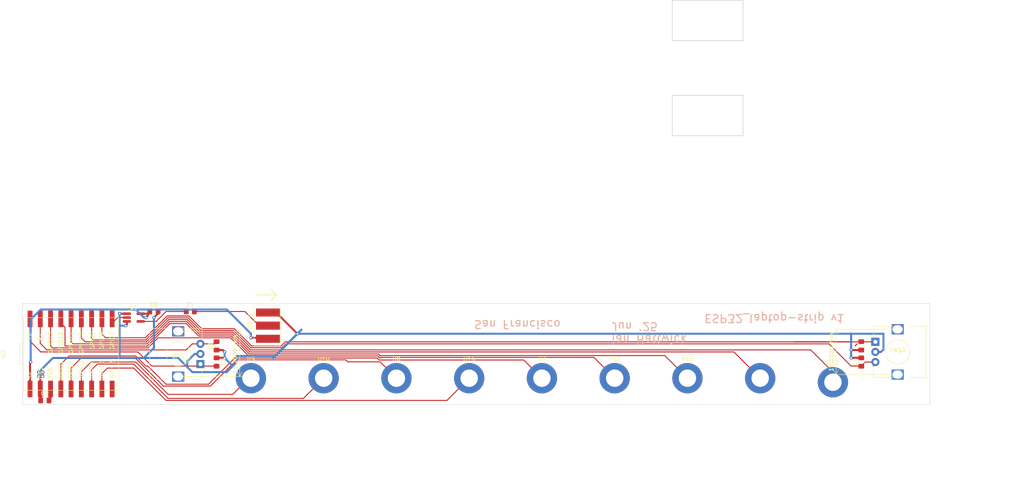
<source format=kicad_pcb>
(kicad_pcb (version 20240108) (generator "pcbnew") (generator_version "8.0")
  (layers (0 "F.Cu" signal) (31 "B.Cu" signal) (34 "B.Paste" user) (35 "F.Paste" user) (36 "B.SilkS" user "B.Silkscreen") (37 "F.SilkS" user "F.Silkscreen") (38 "B.Mask" user) (39 "F.Mask" user) (44 "Edge.Cuts" user))
  (net 0 "")
  (net 1 "/A1")
  (net 2 "+3.3V")
  (net 3 "GND")
  (net 4 "/A2")
  (net 5 "/A3")
  (net 6 "/A0")
  (net 7 "/A8")
  (net 8 "/A9")
  (net 9 "/T0")
  (net 10 "+5V")
  (net 11 "/DI")
  (net 12 "/T2")
  (net 13 "/T1")
  (net 14 "/T4")
  (net 15 "/EncA1")
  (net 16 "/EncB2")
  (net 17 "/EncB1")
  (net 18 "/EncA2")
  (net 19 "Net-(J1-Pin_2)")
  (net 20 "Net-(R1-Pad1)")
  (footprint "Resistor_SMD:R_0805_2012Metric_Pad1.20x1.40mm_HandSolder" (layer "F.Cu") (at 59.5 101.5)
    (property "Reference" "R1" (at 0 -1.65 0) (layer "F.SilkS"))
    (property "Value" "R_Small")
    (fp_line (start -0.227064 -0.735) (end 0.227064 -0.735) (stroke (width 0.12)) (layer "F.SilkS"))
    (fp_line (start -0.227064 0.735) (end 0.227064 0.735) (stroke (width 0.12)) (layer "F.SilkS"))
    (pad "1" smd roundrect (at -1 0) (size 1.2 1.4) (layers "F.Cu" "F.Paste" "F.Mask") (roundrect_rratio 0.208333) (net 20 "Net-(R1-Pad1)"))
    (pad "2" smd roundrect (at 1 0) (size 1.2 1.4) (layers "F.Cu" "F.Paste" "F.Mask") (roundrect_rratio 0.208333) (net 19 "Net-(J1-Pin_2)"))
  )
  (footprint "MountingHole:MountingHole_4.3mm_M4_DIN965_Pad" (layer "F.Cu") (at 110.5 118)
    (property "Reference" "H8" (at 0 -4.75 0) (layer "F.SilkS"))
    (property "Value" "MountingHole_Pad")
    (pad "1" thru_hole circle (at 0 0) (size 7.5 7.5) (drill 4.3) (layers "*.Cu" "*.Mask") (net 1 "/A1"))
  )
  (footprint "MountingHole:MountingHole_4.3mm_M4_DIN965_Pad" (layer "F.Cu") (at 92.5 118)
    (property "Reference" "H10" (at 0 -4.75 0) (layer "F.SilkS"))
    (property "Value" "MountingHole_Pad")
    (pad "1" thru_hole circle (at 0 0) (size 7.5 7.5) (drill 4.3) (layers "*.Cu" "*.Mask") (net 5 "/A3"))
  )
  (footprint "MountingHole:MountingHole_4.3mm_M4_DIN965_Pad" (layer "F.Cu") (at 164.5 118)
    (property "Reference" "H11" (at 0 -4.75 0) (layer "F.SilkS"))
    (property "Value" "MountingHole_Pad")
    (pad "1" thru_hole circle (at 0 0) (size 7.5 7.5) (drill 4.3) (layers "*.Cu" "*.Mask") (net 7 "/A8"))
  )
  (footprint "MountingHole:MountingHole_4.3mm_M4_DIN965_Pad" (layer "F.Cu") (at 146.5 118)
    (property "Reference" "H7" (at 0 -4.75 0) (layer "F.SilkS"))
    (property "Value" "MountingHole_Pad")
    (pad "1" thru_hole circle (at 0 0) (size 7.5 7.5) (drill 4.3) (layers "*.Cu" "*.Mask") (net 6 "/A0"))
  )
  (footprint "MountingHole:MountingHole_3.2mm_M3" (layer "F.Cu") (at 238.5 102 90)
    (property "Reference" "H6" (hide yes))
    (property "Value" "MountingHole")
    (pad "" np_thru_hole circle (at 0 0.5 90) (size 3.2 3.2) (drill 3.2) (layers "F&B.Cu" "*.Mask"))
  )
  (footprint "MountingHole:MountingHole_4.3mm_M4_DIN965_Pad" (layer "F.Cu") (at 200.5 118)
    (property "Reference" "H13" (hide yes))
    (property "Value" "MountingHole_Pad")
    (pad "1" thru_hole circle (at 0 0) (size 7.5 7.5) (drill 4.3) (layers "*.Cu" "*.Mask") (net 9 "/T0"))
  )
  (footprint "Package_TO_SOT_SMD:TSOT-23-5_HandSoldering" (layer "F.Cu") (at 45.5 103)
    (property "Reference" "U1" (at 0 -2.45 0) (layer "F.SilkS"))
    (property "Value" "74AHCT1G125")
    (fp_line (start -0.88 1.56) (end 0.88 1.56) (stroke (width 0.12)) (layer "F.SilkS"))
    (fp_line (start 0.08 -1.51) (end -0.72 -1.51) (stroke (width 0.12)) (layer "F.SilkS"))
    (fp_line (start 0.08 -1.51) (end 0.88 -1.51) (stroke (width 0.12)) (layer "F.SilkS"))
    (fp_poly (pts (xy -1.22 -1.46) (xy -1.46 -1.79) (xy -0.98 -1.79) (xy -1.22 -1.46)) (stroke (width 0.12)) (fill solid) (layer "F.SilkS"))
    (pad "1" smd roundrect (at -1.71 -0.95) (size 2 0.65) (layers "F.Cu" "F.Paste" "F.Mask") (net 3 "GND"))
    (pad "2" smd roundrect (at -1.71 0) (size 2 0.65) (layers "F.Cu" "F.Paste" "F.Mask") (net 11 "/DI"))
    (pad "3" smd roundrect (at -1.71 0.95) (size 2 0.65) (layers "F.Cu" "F.Paste" "F.Mask") (net 3 "GND"))
    (pad "4" smd roundrect (at 1.71 0.95) (size 2 0.65) (layers "F.Cu" "F.Paste" "F.Mask") (net 20 "Net-(R1-Pad1)"))
    (pad "5" smd roundrect (at 1.71 -0.95) (size 2 0.65) (layers "F.Cu" "F.Paste" "F.Mask") (net 10 "+5V"))
  )
  (footprint "MountingHole:MountingHole_3.2mm_M3" (layer "F.Cu") (at 239 121)
    (property "Reference" "H4" (hide yes))
    (property "Value" "MountingHole")
    (pad "" np_thru_hole circle (at 0 -0.5) (size 3.2 3.2) (drill 3.2) (layers "F&B.Cu" "*.Mask"))
  )
  (footprint "ih_kicad:Wifiduino-ESP32S3-SMD" (layer "F.Cu") (at 30 112 90)
    (property "Reference" "U2" (at 0 -16.74 90) (layer "F.SilkS"))
    (property "Value" "~")
    (fp_line (start 2.54 -12.7) (end 2.54 -11.75) (stroke (width 0.12)) (layer "F.SilkS"))
    (fp_line (start -2.54 -12.7) (end 2.54 -12.7) (stroke (width 0.12)) (layer "F.SilkS"))
    (fp_line (start 9 -11.75) (end -9 -11.75) (stroke (width 0.12)) (layer "F.SilkS"))
    (fp_line (start -2.54 -11.75) (end -2.54 -12.7) (stroke (width 0.12)) (layer "F.SilkS"))
    (fp_line (start -9 -11.75) (end -9 11.75) (stroke (width 0.12)) (layer "F.SilkS"))
    (fp_line (start 9 11.75) (end 9 -11.75) (stroke (width 0.12)) (layer "F.SilkS"))
    (fp_line (start -9 11.75) (end 9 11.75) (stroke (width 0.12)) (layer "F.SilkS"))
    (fp_text user "TX" (at 5.309999 -10.16 90) (layer "F.SilkS") (effects (justify right)))
    (fp_text user "5V" (at -6.35 -10.16 90) (layer "F.SilkS") (effects (justify left)))
    (fp_text user "GPIO2" (at -6.35 0 90) (layer "F.SilkS") (effects (justify left)))
    (fp_text user "RX" (at 5.309999 -7.62 90) (layer "F.SilkS") (effects (justify right)))
    (fp_text user "GND" (at -6.35 -7.62 -90) (layer "F.SilkS") (effects (justify right)))
    (fp_text user "GPIO9" (at 1 5.309999 90) (layer "F.SilkS") (effects (justify left)))
    (fp_text user "GPIO7" (at 1 10.16 90) (layer "F.SilkS") (effects (justify left)))
    (fp_text user "GPIO11" (at 0 0 90) (layer "F.SilkS") (effects (justify left)))
    (fp_text user "GPIO8" (at 1 7.62 90) (layer "F.SilkS") (effects (justify left)))
    (fp_text user "GPIO10" (at 0 2.54 90) (layer "F.SilkS") (effects (justify left)))
    (fp_text user "GPIO4" (at -6.120001 5.08 90) (layer "F.SilkS") (effects (justify left)))
    (fp_text user "GPIO3" (at -6.120001 2.54 90) (layer "F.SilkS") (effects (justify left)))
    (fp_text user "3V3" (at -6.35 -5.08 90) (layer "F.SilkS") (effects (justify left)))
    (fp_text user "GPIO13" (at 0 -5.08 90) (layer "F.SilkS") (effects (justify left)))
    (fp_text user "GPIO5" (at -6.120001 7.62 90) (layer "F.SilkS") (effects (justify left)))
    (fp_text user "GPIO1" (at -6.35 -2.54 90) (layer "F.SilkS") (effects (justify left)))
    (fp_text user "GPIO12" (at 0 -2.54 90) (layer "F.SilkS") (effects (justify left)))
    (fp_text user "GPIO6" (at -6.120001 10.16 90) (layer "F.SilkS") (effects (justify left)))
    (pad "1" smd custom (at -7.62 -10.16) (size 1.2 2) (layers "F.Cu" "F.Paste" "F.Mask") (net 10 "+5V") (options (clearance outline) (anchor rect)) (primitives (gr_poly (pts (xy -0.5 3) (xy -0.5 -0.5) (xy 0.5 -0.5) (xy 0.5 3)) (width 0.2) (fill yes))))
    (pad "2" smd custom (at -7.62 -7.62) (size 1.2 2) (layers "F.Cu" "F.Paste" "F.Mask") (net 3 "GND") (options (clearance outline) (anchor rect)) (primitives (gr_poly (pts (xy -0.5 3) (xy -0.5 -0.5) (xy 0.5 -0.5) (xy 0.5 3)) (width 0.2) (fill yes))))
    (pad "3" smd custom (at -7.62 -5.08) (size 1.2 2) (layers "F.Cu" "F.Paste" "F.Mask") (net 2 "+3.3V") (options (clearance outline) (anchor rect)) (primitives (gr_poly (pts (xy -0.5 3) (xy -0.5 -0.5) (xy 0.5 -0.5) (xy 0.5 3)) (width 0.2) (fill yes))))
    (pad "4" smd custom (at -7.62 -2.54) (size 1.2 2) (layers "F.Cu" "F.Paste" "F.Mask") (net 6 "/A0") (options (clearance outline) (anchor rect)) (primitives (gr_poly (pts (xy -0.5 3) (xy -0.5 -0.5) (xy 0.5 -0.5) (xy 0.5 3)) (width 0.2) (fill yes))))
    (pad "5" smd custom (at -7.62 0) (size 1.2 2) (layers "F.Cu" "F.Paste" "F.Mask") (net 1 "/A1") (options (clearance outline) (anchor rect)) (primitives (gr_poly (pts (xy -0.5 3) (xy -0.5 -0.5) (xy 0.5 -0.5) (xy 0.5 3)) (width 0.2) (fill yes))))
    (pad "6" smd custom (at -7.62 2.54) (size 1.2 2) (layers "F.Cu" "F.Paste" "F.Mask") (net 4 "/A2") (options (clearance outline) (anchor rect)) (primitives (gr_poly (pts (xy -0.5 3) (xy -0.5 -0.5) (xy 0.5 -0.5) (xy 0.5 3)) (width 0.2) (fill yes))))
    (pad "7" smd custom (at -7.62 5.08) (size 1.2 2) (layers "F.Cu" "F.Paste" "F.Mask") (net 5 "/A3") (options (clearance outline) (anchor rect)) (primitives (gr_poly (pts (xy -0.5 3) (xy -0.5 -0.5) (xy 0.5 -0.5) (xy 0.5 3)) (width 0.2) (fill yes))))
    (pad "8" smd custom (at -7.62 7.62) (size 1.2 2) (layers "F.Cu" "F.Paste" "F.Mask") (net 13 "/T1") (options (clearance outline) (anchor rect)) (primitives (gr_poly (pts (xy -0.5 3) (xy -0.5 -0.5) (xy 0.5 -0.5) (xy 0.5 3)) (width 0.2) (fill yes))))
    (pad "9" smd custom (at -7.62 10.16) (size 1.2 2) (layers "F.Cu" "F.Paste" "F.Mask") (net 14 "/T4") (options (clearance outline) (anchor rect)) (primitives (gr_poly (pts (xy -0.5 3) (xy -0.5 -0.5) (xy 0.5 -0.5) (xy 0.5 3)) (width 0.2) (fill yes))))
    (pad "10" smd custom (at 7.62 10.16 180) (size 1.2 2) (layers "F.Cu" "F.Paste" "F.Mask") (net 11 "/DI") (options (clearance outline) (anchor rect)) (primitives (gr_poly (pts (xy -0.5 3) (xy -0.5 -0.5) (xy 0.5 -0.5) (xy 0.5 3)) (width 0.2) (fill yes))))
    (pad "11" smd custom (at 7.62 7.62 180) (size 1.2 2) (layers "F.Cu" "F.Paste" "F.Mask") (net 18 "/EncA2") (options (clearance outline) (anchor rect)) (primitives (gr_poly (pts (xy -0.5 3) (xy -0.5 -0.5) (xy 0.5 -0.5) (xy 0.5 3)) (width 0.2) (fill yes))))
    (pad "12" smd custom (at 7.62 5.08 180) (size 1.2 2) (layers "F.Cu" "F.Paste" "F.Mask") (net 16 "/EncB2") (options (clearance outline) (anchor rect)) (primitives (gr_poly (pts (xy -0.5 3) (xy -0.5 -0.5) (xy 0.5 -0.5) (xy 0.5 3)) (width 0.2) (fill yes))))
    (pad "13" smd custom (at 7.62 2.54 180) (size 1.2 2) (layers "F.Cu" "F.Paste" "F.Mask") (net 8 "/A9") (options (clearance outline) (anchor rect)) (primitives (gr_poly (pts (xy -0.5 3) (xy -0.5 -0.5) (xy 0.5 -0.5) (xy 0.5 3)) (width 0.2) (fill yes))))
    (pad "14" smd custom (at 7.62 0 180) (size 1.2 2) (layers "F.Cu" "F.Paste" "F.Mask") (net 9 "/T0") (options (clearance outline) (anchor rect)) (primitives (gr_poly (pts (xy -0.5 3) (xy -0.5 -0.5) (xy 0.5 -0.5) (xy 0.5 3)) (width 0.2) (fill yes))))
    (pad "15" smd custom (at 7.62 -2.54 180) (size 1.2 2) (layers "F.Cu" "F.Paste" "F.Mask") (net 12 "/T2") (options (clearance outline) (anchor rect)) (primitives (gr_poly (pts (xy -0.5 3) (xy -0.5 -0.5) (xy 0.5 -0.5) (xy 0.5 3)) (width 0.2) (fill yes))))
    (pad "16" smd custom (at 7.62 -5.08 180) (size 1.2 2) (layers "F.Cu" "F.Paste" "F.Mask") (net 7 "/A8") (options (clearance outline) (anchor rect)) (primitives (gr_poly (pts (xy -0.5 3) (xy -0.5 -0.5) (xy 0.5 -0.5) (xy 0.5 3)) (width 0.2) (fill yes))))
    (pad "17" smd custom (at 7.62 -7.62 180) (size 1.2 2) (layers "F.Cu" "F.Paste" "F.Mask") (net 17 "/EncB1") (options (clearance outline) (anchor rect)) (primitives (gr_poly (pts (xy -0.5 3) (xy -0.5 -0.5) (xy 0.5 -0.5) (xy 0.5 3)) (width 0.2) (fill yes))))
    (pad "18" smd custom (at 7.62 -10.16 180) (size 1.2 2) (layers "F.Cu" "F.Paste" "F.Mask") (net 15 "/EncA1") (options (clearance outline) (anchor rect)) (primitives (gr_poly (pts (xy -0.5 3) (xy -0.5 -0.5) (xy 0.5 -0.5) (xy 0.5 3)) (width 0.2) (fill yes))))
  )
  (footprint "MountingHole:MountingHole_4.3mm_M4_DIN965_Pad" (layer "F.Cu") (at 74.5 118)
    (property "Reference" "H9" (at 0 -4.75 0) (layer "F.SilkS"))
    (property "Value" "MountingHole_Pad")
    (pad "1" thru_hole circle (at 0 0) (size 7.5 7.5) (drill 4.3) (layers "*.Cu" "*.Mask") (net 4 "/A2"))
  )
  (footprint "MountingHole:MountingHole_4.3mm_M4_DIN965_Pad" (layer "F.Cu") (at 182.5 118)
    (property "Reference" "H15" (at 0 -4.75 0) (layer "F.SilkS"))
    (property "Value" "MountingHole_Pad")
    (pad "1" thru_hole circle (at 0 0) (size 7.5 7.5) (drill 4.3) (layers "*.Cu" "*.Mask") (net 12 "/T2"))
  )
  (footprint "MountingHole:MountingHole_4.3mm_M4_DIN965_Pad" (layer "F.Cu") (at 128.5 118)
    (property "Reference" "H14" (at 0 -4.75 0) (layer "F.SilkS"))
    (property "Value" "MountingHole_Pad")
    (pad "1" thru_hole circle (at 0 0) (size 7.5 7.5) (drill 4.3) (layers "*.Cu" "*.Mask") (net 13 "/T1"))
  )
  (footprint "Capacitor_SMD:C_0805_2012Metric_Pad1.18x1.45mm_HandSolder" (layer "F.Cu") (at 50.5 101.5)
    (property "Reference" "C6" (at 0 -1.68 0) (layer "F.SilkS"))
    (property "Value" "10nF")
    (fp_line (start -0.261252 -0.735) (end 0.261252 -0.735) (stroke (width 0.12)) (layer "F.SilkS"))
    (fp_line (start -0.261252 0.735) (end 0.261252 0.735) (stroke (width 0.12)) (layer "F.SilkS"))
    (pad "1" smd roundrect (at -1.0375 0) (size 1.175 1.45) (layers "F.Cu" "F.Paste" "F.Mask") (roundrect_rratio 0.212766) (net 10 "+5V"))
    (pad "2" smd roundrect (at 1.0375 0) (size 1.175 1.45) (layers "F.Cu" "F.Paste" "F.Mask") (roundrect_rratio 0.212766) (net 3 "GND"))
  )
  (footprint "MountingHole:MountingHole_3.2mm_M3" (layer "F.Cu") (at 155 119)
    (property "Reference" "H5" (hide yes))
    (property "Value" "MountingHole")
    (pad "" np_thru_hole circle (at 0 1.5) (size 3.2 3.2) (drill 3.2) (layers "F&B.Cu" "*.Mask"))
  )
  (footprint "MountingHole:MountingHole_4.3mm_M4_DIN965_Pad" (layer "F.Cu") (at 218.5 119)
    (property "Reference" "H12" (at 0 -4.75 0) (layer "F.SilkS"))
    (property "Value" "MountingHole_Pad")
    (pad "1" thru_hole circle (at 0 0) (size 7.5 7.5) (drill 4.3) (layers "*.Cu" "*.Mask") (net 8 "/A9"))
  )
  (footprint "Capacitor_SMD:C_0805_2012Metric_Pad1.18x1.45mm_HandSolder" (layer "F.Cu") (at 23.5 123.5)
    (property "Reference" "C2" (at 0 -1.68 0) (layer "F.SilkS"))
    (property "Value" "0.1uF")
    (fp_line (start -0.261252 -0.735) (end 0.261252 -0.735) (stroke (width 0.12)) (layer "F.SilkS"))
    (fp_line (start -0.261252 0.735) (end 0.261252 0.735) (stroke (width 0.12)) (layer "F.SilkS"))
    (pad "1" smd roundrect (at -1.0375 0) (size 1.175 1.45) (layers "F.Cu" "F.Paste" "F.Mask") (roundrect_rratio 0.212766) (net 3 "GND"))
    (pad "2" smd roundrect (at 1.0375 0) (size 1.175 1.45) (layers "F.Cu" "F.Paste" "F.Mask") (roundrect_rratio 0.212766) (net 2 "+3.3V"))
  )
  (footprint "ih_kicad:RotaryEncoder_Vertical_10mm" (layer "F.Cu") (at 56.5 112 180)
    (property "Reference" "SW9" (at 0 -0.5 180) (layer "F.SilkS"))
    (property "Value" "RotaryEncoder")
    (fp_line (start 7.47 6.3) (end 2.57 6.3) (stroke (width 0.12)) (layer "F.SilkS"))
    (fp_line (start 7.05 -6.3) (end 7.05 6.3) (stroke (width 0.12)) (layer "F.SilkS"))
    (fp_line (start 2.57 -6.3) (end 7.47 -6.3) (stroke (width 0.12)) (layer "F.SilkS"))
    (fp_line (start 0.77 -0.5) (end 0.77 0.5) (stroke (width 0.12)) (layer "F.SilkS"))
    (fp_line (start 0.27 0) (end 1.27 0) (stroke (width 0.12)) (layer "F.SilkS"))
    (fp_line (start -1.03 6.3) (end -5.93 6.3) (stroke (width 0.12)) (layer "F.SilkS"))
    (fp_line (start -1.13 -6.3) (end -5.93 -6.3) (stroke (width 0.12)) (layer "F.SilkS"))
    (fp_line (start -5.93 6.3) (end -5.93 3.5) (stroke (width 0.12)) (layer "F.SilkS"))
    (fp_line (start -5.93 -6.3) (end -5.93 -3.8) (stroke (width 0.12)) (layer "F.SilkS"))
    (fp_line (start -6.43 -4.1) (end -6.73 -3.8) (stroke (width 0.12)) (layer "F.SilkS"))
    (fp_line (start -6.73 -3.8) (end -7.03 -4.1) (stroke (width 0.12)) (layer "F.SilkS"))
    (fp_line (start -7.03 -4.1) (end -6.43 -4.1) (stroke (width 0.12)) (layer "F.SilkS"))
    (fp_circle (center 0 0) (end 3 0) (stroke (width 0.12)) (fill none) (layer "F.SilkS"))
    (dimension (type aligned) (layer "F.SilkS") (pts (xy 56.5 106.4) (xy 56.5 117.6)) (height -15.24) (gr_text "11.2000 mm" (at 70.59 112 90) (layer "F.SilkS") (effects (font (size 1 1) (thickness 0.15)))) (format (prefix "") (suffix "") (units 3) (units_format 1) (precision 4)) (style (thickness 0.12) (arrow_length 1.27) (text_position_mode 0) (extension_height 0.58642) (extension_offset 0.5) keep_text_aligned))
    (pad "A" thru_hole rect (at -5.5 -2.5 180) (size 2 2) (drill 1) (layers "*.Cu" "*.Mask") (net 15 "/EncA1"))
    (pad "B" thru_hole circle (at -5.5 2.5 180) (size 2 2) (drill 1) (layers "*.Cu" "*.Mask") (net 17 "/EncB1"))
    (pad "C" thru_hole circle (at -5.5 0 180) (size 2 2) (drill 1) (layers "*.Cu" "*.Mask") (net 3 "GND"))
    (pad "MP" thru_hole rect (at 0 -5.6 180) (size 3 2.5) (drill oval 2.5 2) (layers "*.Cu" "*.Mask"))
    (pad "MP" thru_hole rect (at 0 5.6 180) (size 3 2.5) (drill oval 2.5 2) (layers "*.Cu" "*.Mask"))
  )
  (footprint "ih_kicad:RotaryEncoder_Vertical_10mm" (layer "F.Cu") (at 234.5 111.5)
    (property "Reference" "SW10" (at 0 -0.5 0) (layer "F.SilkS"))
    (property "Value" "RotaryEncoder")
    (fp_line (start -7.03 -4.1) (end -6.43 -4.1) (stroke (width 0.12)) (layer "F.SilkS"))
    (fp_line (start -6.73 -3.8) (end -7.03 -4.1) (stroke (width 0.12)) (layer "F.SilkS"))
    (fp_line (start -6.43 -4.1) (end -6.73 -3.8) (stroke (width 0.12)) (layer "F.SilkS"))
    (fp_line (start -5.93 -6.3) (end -5.93 -3.8) (stroke (width 0.12)) (layer "F.SilkS"))
    (fp_line (start -5.93 6.3) (end -5.93 3.5) (stroke (width 0.12)) (layer "F.SilkS"))
    (fp_line (start -1.13 -6.3) (end -5.93 -6.3) (stroke (width 0.12)) (layer "F.SilkS"))
    (fp_line (start -1.03 6.3) (end -5.93 6.3) (stroke (width 0.12)) (layer "F.SilkS"))
    (fp_line (start 0.27 0) (end 1.27 0) (stroke (width 0.12)) (layer "F.SilkS"))
    (fp_line (start 0.77 -0.5) (end 0.77 0.5) (stroke (width 0.12)) (layer "F.SilkS"))
    (fp_line (start 2.57 -6.3) (end 7.47 -6.3) (stroke (width 0.12)) (layer "F.SilkS"))
    (fp_line (start 7.05 -6.3) (end 7.05 6.3) (stroke (width 0.12)) (layer "F.SilkS"))
    (fp_line (start 7.47 6.3) (end 2.57 6.3) (stroke (width 0.12)) (layer "F.SilkS"))
    (fp_circle (center 0 0) (end 3 0) (stroke (width 0.12)) (fill none) (layer "F.SilkS"))
    (dimension (type aligned) (layer "F.SilkS") (pts (xy 234.5 117.1) (xy 234.5 105.9)) (height -15.24) (gr_text "11.2000 mm" (at 218.11 111.5 90) (layer "F.SilkS") (effects (font (size 1 1) (thickness 0.15)))) (format (prefix "") (suffix "") (units 3) (units_format 1) (precision 4)) (style (thickness 0.12) (arrow_length 1.27) (text_position_mode 0) (extension_height 0.58642) (extension_offset 0.5) keep_text_aligned))
    (pad "A" thru_hole rect (at -5.5 -2.5) (size 2 2) (drill 1) (layers "*.Cu" "*.Mask") (net 18 "/EncA2"))
    (pad "B" thru_hole circle (at -5.5 2.5) (size 2 2) (drill 1) (layers "*.Cu" "*.Mask") (net 16 "/EncB2"))
    (pad "C" thru_hole circle (at -5.5 0) (size 2 2) (drill 1) (layers "*.Cu" "*.Mask") (net 3 "GND"))
    (pad "MP" thru_hole rect (at 0 -5.6) (size 3 2.5) (drill oval 2.5 2) (layers "*.Cu" "*.Mask"))
    (pad "MP" thru_hole rect (at 0 5.6) (size 3 2.5) (drill oval 2.5 2) (layers "*.Cu" "*.Mask"))
  )
  (footprint "Capacitor_SMD:C_0805_2012Metric_Pad1.18x1.45mm_HandSolder" (layer "F.Cu") (at 66 114 -90)
    (property "Reference" "C3" (at 0 -1.68 90) (layer "F.SilkS"))
    (property "Value" "10nF")
    (fp_line (start -0.261252 0.735) (end 0.261252 0.735) (stroke (width 0.12)) (layer "F.SilkS"))
    (fp_line (start -0.261252 -0.735) (end 0.261252 -0.735) (stroke (width 0.12)) (layer "F.SilkS"))
    (pad "1" smd roundrect (at -1.0375 0 270) (size 1.175 1.45) (layers "F.Cu" "F.Paste" "F.Mask") (roundrect_rratio 0.212766) (net 3 "GND"))
    (pad "2" smd roundrect (at 1.0375 0 270) (size 1.175 1.45) (layers "F.Cu" "F.Paste" "F.Mask") (roundrect_rratio 0.212766) (net 15 "/EncA1"))
  )
  (footprint "MountingHole:MountingHole_3.2mm_M3" (layer "F.Cu") (at 45.5 120.5)
    (property "Reference" "H2" (hide yes))
    (property "Value" "MountingHole")
    (pad "" np_thru_hole circle (at 0 0) (size 3.2 3.2) (drill 3.2) (layers "F&B.Cu" "*.Mask"))
  )
  (footprint "MountingHole:MountingHole_3.2mm_M3" (layer "F.Cu") (at 94 104 90)
    (property "Reference" "H3" (hide yes))
    (property "Value" "MountingHole")
    (pad "" np_thru_hole circle (at 2 0.5 90) (size 3.2 3.2) (drill 3.2) (layers "F&B.Cu" "*.Mask"))
  )
  (footprint "Capacitor_SMD:C_0805_2012Metric_Pad1.18x1.45mm_HandSolder" (layer "F.Cu") (at 66 110 -90)
    (property "Reference" "C1" (at 0 1.5 90) (layer "F.SilkS"))
    (property "Value" "10nF")
    (fp_line (start -0.261252 0.735) (end 0.261252 0.735) (stroke (width 0.12)) (layer "F.SilkS"))
    (fp_line (start -0.261252 -0.735) (end 0.261252 -0.735) (stroke (width 0.12)) (layer "F.SilkS"))
    (pad "1" smd roundrect (at -1.0375 0 270) (size 1.175 1.45) (layers "F.Cu" "F.Paste" "F.Mask") (roundrect_rratio 0.212766) (net 17 "/EncB1"))
    (pad "2" smd roundrect (at 1.0375 0 270) (size 1.175 1.45) (layers "F.Cu" "F.Paste" "F.Mask") (roundrect_rratio 0.212766) (net 3 "GND"))
  )
  (footprint "Capacitor_SMD:C_0805_2012Metric_Pad1.18x1.45mm_HandSolder" (layer "F.Cu") (at 225.5 114 90)
    (property "Reference" "C4" (at 0 -1.5 90) (layer "F.SilkS"))
    (property "Value" "10nF")
    (fp_line (start -0.261252 -0.735) (end 0.261252 -0.735) (stroke (width 0.12)) (layer "F.SilkS"))
    (fp_line (start -0.261252 0.735) (end 0.261252 0.735) (stroke (width 0.12)) (layer "F.SilkS"))
    (pad "1" smd roundrect (at -1.0375 0 90) (size 1.175 1.45) (layers "F.Cu" "F.Paste" "F.Mask") (roundrect_rratio 0.212766) (net 16 "/EncB2"))
    (pad "2" smd roundrect (at 1.0375 0 90) (size 1.175 1.45) (layers "F.Cu" "F.Paste" "F.Mask") (roundrect_rratio 0.212766) (net 3 "GND"))
  )
  (footprint "Capacitor_SMD:C_0805_2012Metric_Pad1.18x1.45mm_HandSolder" (layer "F.Cu") (at 225.5 110 90)
    (property "Reference" "C5" (hide yes))
    (property "Value" "10nF")
    (fp_line (start -0.261252 -0.735) (end 0.261252 -0.735) (stroke (width 0.12)) (layer "F.SilkS"))
    (fp_line (start -0.261252 0.735) (end 0.261252 0.735) (stroke (width 0.12)) (layer "F.SilkS"))
    (pad "1" smd roundrect (at -1.0375 0 90) (size 1.175 1.45) (layers "F.Cu" "F.Paste" "F.Mask") (roundrect_rratio 0.212766) (net 3 "GND"))
    (pad "2" smd roundrect (at 1.0375 0 90) (size 1.175 1.45) (layers "F.Cu" "F.Paste" "F.Mask") (roundrect_rratio 0.212766) (net 18 "/EncA2"))
  )
  (footprint "ih_kicad:WS2812_PADS" (layer "F.Cu") (at 78.25 105 -90)
    (property "Reference" "J1" (hide yes))
    (property "Value" "Conn_01x03_Pin")
    (fp_line (start -5 3) (end 5 3) (stroke (width 0.12)) (layer "F.SilkS"))
    (fp_line (start 5 3) (end 5 -3.5) (stroke (width 0.12)) (layer "F.SilkS"))
    (fp_line (start -7.62 2.54) (end -7.62 -2.54) (stroke (width 0.2)) (layer "F.SilkS"))
    (fp_line (start -7.62 -2.54) (end -9.034214 -1.125786) (stroke (width 0.2)) (layer "F.SilkS"))
    (fp_line (start -7.62 -2.54) (end -6.205786 -1.125786) (stroke (width 0.2)) (layer "F.SilkS"))
    (fp_line (start -5 -3.5) (end -5 3) (stroke (width 0.12)) (layer "F.SilkS"))
    (fp_line (start 5 -3.5) (end -5 -3.5) (stroke (width 0.12)) (layer "F.SilkS"))
    (fp_text user "G" (at -3.110784 4.541299 -90) (layer "F.SilkS") (effects (justify left bottom)))
    (fp_text user "+" (at 1.799098 4.623512 -90) (layer "F.SilkS") (effects (justify left bottom)))
    (fp_text user "DO" (at -1.118063 4.603572 -90) (layer "F.SilkS") (effects (justify left bottom)))
    (pad "1" smd rect (at -3.25 -0.5 270) (size 2 6) (layers "F.Cu" "F.Paste" "F.Mask") (net 3 "GND"))
    (pad "2" smd rect (at 0 -0.5 270) (size 2 6) (layers "F.Cu" "F.Paste" "F.Mask") (net 19 "Net-(J1-Pin_2)"))
    (pad "3" smd rect (at 3.25 -0.5 270) (size 2 6) (layers "F.Cu" "F.Paste" "F.Mask") (net 10 "+5V"))
  )
  (footprint "MountingHole:MountingHole_3.2mm_M3" (layer "F.Cu") (at 150.5 104)
    (property "Reference" "H1" (hide yes))
    (property "Value" "MountingHole")
    (pad "" np_thru_hole circle (at 4.5 -2) (size 3.2 3.2) (drill 3.2) (layers "F&B.Cu" "*.Mask"))
  )
  (gr_rect (start 18 99.5) (end 242.5 124.5) (stroke (width 0.1)) (fill none) (layer "Edge.Cuts"))
  (gr_rect (start 178.75 24.5) (end 196.25 34.5) (stroke (width 0.15)) (fill none) (layer "Edge.Cuts"))
  (gr_rect (start 178.75 48) (end 196.25 58) (stroke (width 0.15)) (fill none) (layer "Edge.Cuts"))
  (gr_text "Ian Hattwick \nJun '25" (at 163.5 104 180) (layer "B.SilkS") (effects (font (size 2 2) (thickness 0.3) (bold yes)) (justify left bottom mirror)))
  (gr_text "San Francisco" (at 129.5 103.5 180) (layer "B.SilkS") (effects (font (size 2 2) (thickness 0.3) (bold yes)) (justify left bottom mirror)))
  (gr_text "ESP32_laptop-strip v1" (at 186.5 102 180) (layer "B.SilkS") (effects (font (size 2 2) (thickness 0.3) (bold yes)) (justify left bottom mirror)))
  (segment (start 64.5 119.95) (end 52.813604 119.95) (width 0.25) (layer "F.Cu") (net 1))
  (segment (start 106.45 113.95) (end 98.45 113.95) (width 0.25) (layer "F.Cu") (net 1))
  (segment (start 30 115.5) (end 30 119.62) (width 0.25) (layer "F.Cu") (net 1))
  (segment (start 71 113.45) (end 64.5 119.95) (width 0.25) (layer "F.Cu") (net 1))
  (segment (start 32.5 113) (end 30 115.5) (width 0.25) (layer "F.Cu") (net 1))
  (segment (start 45.863604 113) (end 32.5 113) (width 0.25) (layer "F.Cu") (net 1))
  (segment (start 110.5 118) (end 106.45 113.95) (width 0.25) (layer "F.Cu") (net 1))
  (segment (start 52.813604 119.95) (end 45.863604 113) (width 0.25) (layer "F.Cu") (net 1))
  (segment (start 98.45 113.95) (end 97.95 113.45) (width 0.25) (layer "F.Cu") (net 1))
  (segment (start 97.95 113.45) (end 71 113.45) (width 0.25) (layer "F.Cu") (net 1))
  (segment (start 24.92 123.08) (end 24.5 123.5) (width 0.5) (layer "F.Cu") (net 2))
  (segment (start 24.92 119.62) (end 24.92 123.08) (width 0.5) (layer "F.Cu") (net 2))
  (segment (start 223.0375 111.0375) (end 223 111) (width 0.5) (layer "F.Cu") (net 3))
  (segment (start 80.75 101.75) (end 86 107) (width 0.5) (layer "F.Cu") (net 3))
  (segment (start 51.5375 101.9625) (end 50.5 103) (width 0.5) (layer "F.Cu") (net 3))
  (segment (start 67.5375 111.0375) (end 68 111.5) (width 0.5) (layer "F.Cu") (net 3))
  (segment (start 22.38 119.62) (end 22.38 123.38) (width 0.5) (layer "F.Cu") (net 3))
  (segment (start 66 112.9625) (end 67.9625 112.9625) (width 0.5) (layer "F.Cu") (net 3))
  (segment (start 225.5 112.9625) (end 223.0375 112.9625) (width 0.5) (layer "F.Cu") (net 3))
  (segment (start 225.5 111.0375) (end 223.0375 111.0375) (width 0.5) (layer "F.Cu") (net 3))
  (segment (start 67.9625 112.9625) (end 68 113) (width 0.5) (layer "F.Cu") (net 3))
  (segment (start 22.38 123.38) (end 22.5 123.5) (width 0.5) (layer "F.Cu") (net 3))
  (segment (start 22.38 119.62) (end 22.38 117.88) (width 0.5) (layer "F.Cu") (net 3))
  (segment (start 223.0375 112.9625) (end 223 113) (width 0.5) (layer "F.Cu") (net 3))
  (segment (start 22.38 117.88) (end 22 117.5) (width 0.5) (layer "F.Cu") (net 3))
  (segment (start 43.79 103.95) (end 43.79 104.71) (width 0.5) (layer "F.Cu") (net 3))
  (segment (start 51.5375 101.5) (end 51.5375 101.9625) (width 0.5) (layer "F.Cu") (net 3))
  (segment (start 78.75 101.75) (end 80.75 101.75) (width 0.5) (layer "F.Cu") (net 3))
  (segment (start 43.79 104.71) (end 43.5 105) (width 0.5) (layer "F.Cu") (net 3))
  (segment (start 66 111.0375) (end 67.5375 111.0375) (width 0.5) (layer "F.Cu") (net 3))
  (segment (start 42.05 102.05) (end 42 102) (width 0.5) (layer "F.Cu") (net 3))
  (segment (start 23 117.5) (end 22 116.5) (width 0.5) (layer "F.Cu") (net 3))
  (segment (start 43.79 102.05) (end 42.05 102.05) (width 0.5) (layer "F.Cu") (net 3))
  (via (at 42 102) (size 0.8) (drill 0.4) (layers "F.Cu" "B.Cu") (net 3))
  (via (at 23 116.5) (size 0.8) (drill 0.4) (layers "F.Cu" "B.Cu") (net 3))
  (via (at 43.5 105) (size 0.8) (drill 0.4) (layers "F.Cu" "B.Cu") (net 3))
  (via (at 50.5 103) (size 0.8) (drill 0.4) (layers "F.Cu" "B.Cu") (net 3))
  (via (at 86 107) (size 0.8) (drill 0.4) (layers "F.Cu" "B.Cu") (net 3))
  (via (at 223 111) (size 0.8) (drill 0.4) (layers "F.Cu" "B.Cu") (net 3))
  (via (at 68 111.5) (size 0.8) (drill 0.4) (layers "F.Cu" "B.Cu") (net 3))
  (via (at 22 117.5) (size 0.8) (drill 0.4) (layers "F.Cu" "B.Cu") (net 3))
  (via (at 23 117.5) (size 0.8) (drill 0.4) (layers "F.Cu" "B.Cu") (net 3))
  (via (at 223 113) (size 0.8) (drill 0.4) (layers "F.Cu" "B.Cu") (net 3))
  (via (at 68 113) (size 0.8) (drill 0.4) (layers "F.Cu" "B.Cu") (net 3))
  (via (at 22 116.5) (size 0.8) (drill 0.4) (layers "F.Cu" "B.Cu") (net 3))
  (segment (start 229 111.5) (end 230.414213 111.5) (width 0.5) (layer "B.Cu") (net 3))
  (segment (start 60.585787 112) (end 58.75 113.835787) (width 0.5) (layer "B.Cu") (net 3))
  (segment (start 68.5 116.5) (end 70.25 114.75) (width 0.5) (layer "B.Cu") (net 3))
  (segment (start 71 114) (end 71 112.5) (width 0.5) (layer "B.Cu") (net 3))
  (segment (start 71 112.5) (end 80.5 112.5) (width 0.5) (layer "B.Cu") (net 3))
  (segment (start 68 113) (end 69.75 114.75) (width 0.5) (layer "B.Cu") (net 3))
  (segment (start 58.75 115.25) (end 60 116.5) (width 0.5) (layer "B.Cu") (net 3))
  (segment (start 69.75 114.75) (end 70.25 114.75) (width 0.5) (layer "B.Cu") (net 3))
  (segment (start 87 106) (end 80 113) (width 0.5) (layer "B.Cu") (net 3))
  (segment (start 22 116.5) (end 23 116.5) (width 0.5) (layer "B.Cu") (net 3))
  (segment (start 230.414213 111.5) (end 231 110.914213) (width 0.5) (layer "B.Cu") (net 3))
  (segment (start 68 111.5) (end 68 113) (width 0.5) (layer "B.Cu") (net 3))
  (segment (start 22 116.5) (end 25.5 113) (width 0.5) (layer "B.Cu") (net 3))
  (segment (start 48 113) (end 56.5 113) (width 0.5) (layer "B.Cu") (net 3))
  (segment (start 42 113) (end 48 113) (width 0.5) (layer "B.Cu") (net 3))
  (segment (start 25.5 113) (end 26 113) (width 0.5) (layer "B.Cu") (net 3))
  (segment (start 42 102) (end 42 105) (width 0.5) (layer "B.Cu") (net 3))
  (segment (start 70.25 114.75) (end 71 114) (width 0.5) (layer "B.Cu") (net 3))
  (segment (start 26 113) (end 42 113) (width 0.5) (layer "B.Cu") (net 3))
  (segment (start 22 117.5) (end 23 117.5) (width 0.5) (layer "B.Cu") (net 3))
  (segment (start 62 112) (end 60.585787 112) (width 0.5) (layer "B.Cu") (net 3))
  (segment (start 223 111) (end 223 107) (width 0.5) (layer "B.Cu") (net 3))
  (segment (start 223 113) (end 223 111) (width 0.5) (layer "B.Cu") (net 3))
  (segment (start 60 116.5) (end 68.5 116.5) (width 0.5) (layer "B.Cu") (net 3))
  (segment (start 58.75 113.835787) (end 58.75 115.25) (width 0.5) (layer "B.Cu") (net 3))
  (segment (start 80.5 112.5) (end 87 106) (width 0.5) (layer "B.Cu") (net 3))
  (segment (start 86 107) (end 223 107) (width 0.5) (layer "B.Cu") (net 3))
  (segment (start 43.5 105) (end 42 105) (width 0.5) (layer "B.Cu") (net 3))
  (segment (start 223 107) (end 231 107) (width 0.5) (layer "B.Cu") (net 3))
  (segment (start 80 113) (end 86 107) (width 0.5) (layer "B.Cu") (net 3))
  (segment (start 231 110.914213) (end 231 107) (width 0.5) (layer "B.Cu") (net 3))
  (segment (start 42 105) (end 42 113) (width 0.5) (layer "B.Cu") (net 3))
  (segment (start 22 117.5) (end 22 116.5) (width 0.5) (layer "B.Cu") (net 3))
  (segment (start 56.5 113) (end 58.75 115.25) (width 0.5) (layer "B.Cu") (net 3))
  (segment (start 23 117.5) (end 23 116.5) (width 0.5) (layer "B.Cu") (net 3))
  (segment (start 50.5 103) (end 50.5 110.5) (width 0.5) (layer "B.Cu") (net 3))
  (segment (start 50.5 110.5) (end 48 113) (width 0.5) (layer "B.Cu") (net 3))
  (segment (start 32.54 119.62) (end 32.54 116.41) (width 0.25) (layer "F.Cu") (net 4))
  (segment (start 70 122) (end 74 118) (width 0.25) (layer "F.Cu") (net 4))
  (segment (start 32.54 116.41) (end 34.95 114) (width 0.25) (layer "F.Cu") (net 4))
  (segment (start 46 114) (end 54 122) (width 0.25) (layer "F.Cu") (net 4))
  (segment (start 54 122) (end 70 122) (width 0.25) (layer "F.Cu") (net 4))
  (segment (start 74 118) (end 74.5 118) (width 0.25) (layer "F.Cu") (net 4))
  (segment (start 34.95 114) (end 46 114) (width 0.25) (layer "F.Cu") (net 4))
  (segment (start 35.08 119.62) (end 35.08 115.92) (width 0.25) (layer "F.Cu") (net 5))
  (segment (start 36.5 114.5) (end 45.5 114.5) (width 0.25) (layer "F.Cu") (net 5))
  (segment (start 54 123) (end 87.5 123) (width 0.25) (layer "F.Cu") (net 5))
  (segment (start 35.08 115.92) (end 36.5 114.5) (width 0.25) (layer "F.Cu") (net 5))
  (segment (start 45.5 114.5) (end 54 123) (width 0.25) (layer "F.Cu") (net 5))
  (segment (start 87.5 123) (end 92.5 118) (width 0.25) (layer "F.Cu") (net 5))
  (segment (start 27.46 114.54) (end 29.5 112.5) (width 0.25) (layer "F.Cu") (net 6))
  (segment (start 27.46 119.62) (end 27.46 114.54) (width 0.25) (layer "F.Cu") (net 6))
  (segment (start 106.227208 113.5) (end 140 113.5) (width 0.25) (layer "F.Cu") (net 6))
  (segment (start 29.5 112.5) (end 46 112.5) (width 0.25) (layer "F.Cu") (net 6))
  (segment (start 53.5 119.5) (end 64 119.5) (width 0.25) (layer "F.Cu") (net 6))
  (segment (start 46 112.5) (end 48.5 115) (width 0.25) (layer "F.Cu") (net 6))
  (segment (start 105.727208 113) (end 106.227208 113.5) (width 0.25) (layer "F.Cu") (net 6))
  (segment (start 146.5 118) (end 142 113.5) (width 0.25) (layer "F.Cu") (net 6))
  (segment (start 70.5 113) (end 105.727208 113) (width 0.25) (layer "F.Cu") (net 6))
  (segment (start 142 113.5) (end 140 113.5) (width 0.25) (layer "F.Cu") (net 6))
  (segment (start 49 115) (end 53.5 119.5) (width 0.25) (layer "F.Cu") (net 6))
  (segment (start 48.5 115) (end 49 115) (width 0.25) (layer "F.Cu") (net 6))
  (segment (start 64 119.5) (end 70.5 113) (width 0.25) (layer "F.Cu") (net 6))
  (segment (start 49.045584 110.5) (end 51.545584 108) (width 0.25) (layer "F.Cu") (net 7))
  (segment (start 24.92 109.97) (end 25.5 110.55) (width 0.25) (layer "F.Cu") (net 7))
  (segment (start 159.35 112.85) (end 156 112.85) (width 0.25) (layer "F.Cu") (net 7))
  (segment (start 106.686396 112.95) (end 106.786396 112.85) (width 0.25) (layer "F.Cu") (net 7))
  (segment (start 106.313604 112.95) (end 106.686396 112.95) (width 0.25) (layer "F.Cu") (net 7))
  (segment (start 25.5 110.55) (end 26 110.55) (width 0.25) (layer "F.Cu") (net 7))
  (segment (start 105.863604 112.5) (end 106.313604 112.95) (width 0.25) (layer "F.Cu") (net 7))
  (segment (start 26 110.55) (end 26.05 110.5) (width 0.25) (layer "F.Cu") (net 7))
  (segment (start 73.954416 112.5) (end 105.863604 112.5) (width 0.25) (layer "F.Cu") (net 7))
  (segment (start 69.454416 108) (end 73.954416 112.5) (width 0.25) (layer "F.Cu") (net 7))
  (segment (start 106.786396 112.85) (end 156 112.85) (width 0.25) (layer "F.Cu") (net 7))
  (segment (start 164.5 118) (end 159.35 112.85) (width 0.25) (layer "F.Cu") (net 7))
  (segment (start 26.05 110.5) (end 49.045584 110.5) (width 0.25) (layer "F.Cu") (net 7))
  (segment (start 24.92 104.38) (end 24.92 109.97) (width 0.25) (layer "F.Cu") (net 7))
  (segment (start 51.545584 108) (end 69.454416 108) (width 0.25) (layer "F.Cu") (net 7))
  (segment (start 33.5 109) (end 48.636396 109) (width 0.25) (layer "F.Cu") (net 8))
  (segment (start 32.54 108.04) (end 33.5 109) (width 0.25) (layer "F.Cu") (net 8))
  (segment (start 61.922792 106.65) (end 70.013604 106.65) (width 0.25) (layer "F.Cu") (net 8))
  (segment (start 218.5 119) (end 218 118.5) (width 0.25) (layer "F.Cu") (net 8))
  (segment (start 54.136396 103.5) (end 58.772792 103.5) (width 0.25) (layer "F.Cu") (net 8))
  (segment (start 48.636396 109) (end 54.136396 103.5) (width 0.25) (layer "F.Cu") (net 8))
  (segment (start 32.54 104.38) (end 32.54 108.04) (width 0.25) (layer "F.Cu") (net 8))
  (segment (start 70.013604 106.65) (end 74.363604 111) (width 0.25) (layer "F.Cu") (net 8))
  (segment (start 74.363604 111) (end 213 111) (width 0.25) (layer "F.Cu") (net 8))
  (segment (start 218 116) (end 213 111) (width 0.25) (layer "F.Cu") (net 8))
  (segment (start 58.772792 103.5) (end 61.922792 106.65) (width 0.25) (layer "F.Cu") (net 8))
  (segment (start 218 118.5) (end 218 116) (width 0.25) (layer "F.Cu") (net 8))
  (segment (start 54.272792 104) (end 48.772792 109.5) (width 0.25) (layer "F.Cu") (net 9))
  (segment (start 58.636396 104) (end 54.272792 104) (width 0.25) (layer "F.Cu") (net 9))
  (segment (start 30.5 109.5) (end 30 109) (width 0.25) (layer "F.Cu") (net 9))
  (segment (start 61.736396 107.1) (end 58.636396 104) (width 0.25) (layer "F.Cu") (net 9))
  (segment (start 48.772792 109.5) (end 30.5 109.5) (width 0.25) (layer "F.Cu") (net 9))
  (segment (start 194 111.5) (end 190.5 111.5) (width 0.25) (layer "F.Cu") (net 9))
  (segment (start 30 109) (end 30 104.38) (width 0.25) (layer "F.Cu") (net 9))
  (segment (start 74.227208 111.5) (end 69.827208 107.1) (width 0.25) (layer "F.Cu") (net 9))
  (segment (start 200.5 118) (end 194 111.5) (width 0.25) (layer "F.Cu") (net 9))
  (segment (start 190.5 111.5) (end 74.227208 111.5) (width 0.25) (layer "F.Cu") (net 9))
  (segment (start 69.827208 107.1) (end 61.736396 107.1) (width 0.25) (layer "F.Cu") (net 9))
  (segment (start 48.95 102.05) (end 49.5 101.5) (width 0.5) (layer "F.Cu") (net 10))
  (segment (start 78.5 108) (end 79 108.5) (width 0.5) (layer "F.Cu") (net 10))
  (segment (start 74.5 108) (end 78.5 108) (width 0.5) (layer "F.Cu") (net 10))
  (segment (start 49 102.5) (end 49 102) (width 0.5) (layer "F.Cu") (net 10))
  (segment (start 47.21 102.05) (end 48.95 102.05) (width 0.5) (layer "F.Cu") (net 10))
  (segment (start 49 102) (end 49.5 101.5) (width 0.5) (layer "F.Cu") (net 10))
  (segment (start 19.84 114.16) (end 20 114) (width 0.5) (layer "F.Cu") (net 10))
  (segment (start 48.5 103) (end 49 102.5) (width 0.5) (layer "F.Cu") (net 10))
  (segment (start 19.84 119.62) (end 19.84 114.16) (width 0.5) (layer "F.Cu") (net 10))
  (via (at 74.5 108) (size 0.8) (drill 0.4) (layers "F.Cu" "B.Cu") (net 10))
  (via (at 20 114) (size 0.8) (drill 0.4) (layers "F.Cu" "B.Cu") (net 10))
  (via (at 48.5 103) (size 0.8) (drill 0.4) (layers "F.Cu" "B.Cu") (net 10))
  (segment (start 46 101) (end 47 102) (width 0.5) (layer "B.Cu") (net 10))
  (segment (start 47 102) (end 48 103) (width 0.5) (layer "B.Cu") (net 10))
  (segment (start 68.5 101) (end 46 101) (width 0.5) (layer "B.Cu") (net 10))
  (segment (start 74.5 107) (end 68.5 101) (width 0.5) (layer "B.Cu") (net 10))
  (segment (start 20 103.5) (end 22.5 101) (width 0.5) (layer "B.Cu") (net 10))
  (segment (start 48 103) (end 48.5 103) (width 0.5) (layer "B.Cu") (net 10))
  (segment (start 74.5 108) (end 74.5 107) (width 0.5) (layer "B.Cu") (net 10))
  (segment (start 22.5 101) (end 46 101) (width 0.5) (layer "B.Cu") (net 10))
  (segment (start 20 114) (end 20 103.5) (width 0.5) (layer "B.Cu") (net 10))
  (segment (start 41.54 103) (end 43.5 103) (width 0.25) (layer "F.Cu") (net 11))
  (segment (start 40.16 104.38) (end 41.54 103) (width 0.25) (layer "F.Cu") (net 11))
  (segment (start 176.9 112.4) (end 176.5 112.4) (width 0.25) (layer "F.Cu") (net 12))
  (segment (start 48.859188 110.05) (end 54.409188 104.5) (width 0.25) (layer "F.Cu") (net 12))
  (segment (start 106.4 112.4) (end 176.5 112.4) (width 0.25) (layer "F.Cu") (net 12))
  (segment (start 54.409188 104.5) (end 58.5 104.5) (width 0.25) (layer "F.Cu") (net 12))
  (segment (start 27.46 104.38) (end 28.5 105.42) (width 0.25) (layer "F.Cu") (net 12))
  (segment (start 28.5 110.05) (end 48.859188 110.05) (width 0.25) (layer "F.Cu") (net 12))
  (segment (start 74.090812 112) (end 106 112) (width 0.25) (layer "F.Cu") (net 12))
  (segment (start 61.55 107.55) (end 69.640812 107.55) (width 0.25) (layer "F.Cu") (net 12))
  (segment (start 28.5 105.42) (end 28.5 110.05) (width 0.25) (layer "F.Cu") (net 12))
  (segment (start 182.5 118) (end 176.9 112.4) (width 0.25) (layer "F.Cu") (net 12))
  (segment (start 69.640812 107.55) (end 74.090812 112) (width 0.25) (layer "F.Cu") (net 12))
  (segment (start 106.4 112.4) (end 106.5 112.5) (width 0.25) (layer "F.Cu") (net 12))
  (segment (start 106 112) (end 106.4 112.4) (width 0.25) (layer "F.Cu") (net 12))
  (segment (start 58.5 104.5) (end 61.55 107.55) (width 0.25) (layer "F.Cu") (net 12))
  (segment (start 37.62 119.62) (end 37.62 116.88) (width 0.25) (layer "F.Cu") (net 13))
  (segment (start 39 115.5) (end 45.5 115.5) (width 0.25) (layer "F.Cu") (net 13))
  (segment (start 123 123.5) (end 128.5 118) (width 0.25) (layer "F.Cu") (net 13))
  (segment (start 45.5 115.5) (end 53.5 123.5) (width 0.25) (layer "F.Cu") (net 13))
  (segment (start 53.5 123.5) (end 123 123.5) (width 0.25) (layer "F.Cu") (net 13))
  (segment (start 37.62 116.88) (end 39 115.5) (width 0.25) (layer "F.Cu") (net 13))
  (segment (start 19.84 104.38) (end 19.84 108.84) (width 0.25) (layer "F.Cu") (net 15))
  (segment (start 65.5 115) (end 66 114.5) (width 0.25) (layer "F.Cu") (net 15))
  (segment (start 50 115) (end 65.5 115) (width 0.25) (layer "F.Cu") (net 15))
  (segment (start 46.5 111.5) (end 50 115) (width 0.25) (layer "F.Cu") (net 15))
  (segment (start 19.84 108.84) (end 22.5 111.5) (width 0.25) (layer "F.Cu") (net 15))
  (segment (start 22.5 111.5) (end 46.5 111.5) (width 0.25) (layer "F.Cu") (net 15))
  (segment (start 225.5 115) (end 223 115) (width 0.25) (layer "F.Cu") (net 16))
  (segment (start 228.5 115) (end 229 114.5) (width 0.25) (layer "F.Cu") (net 16))
  (segment (start 35.5 108.55) (end 35.08 108.13) (width 0.25) (layer "F.Cu") (net 16))
  (segment (start 82.186396 110.45) (end 74.55 110.45) (width 0.25) (layer "F.Cu") (net 16))
  (segment (start 74.5 110.5) (end 70.2 106.2) (width 0.25) (layer "F.Cu") (net 16))
  (segment (start 226.5 114) (end 225.5 115) (width 0.25) (layer "F.Cu") (net 16))
  (segment (start 229 114) (end 226.5 114) (width 0.25) (layer "F.Cu") (net 16))
  (segment (start 223 115) (end 217.5 109.5) (width 0.25) (layer "F.Cu") (net 16))
  (segment (start 83.136396 109.5) (end 82.186396 110.45) (width 0.25) (layer "F.Cu") (net 16))
  (segment (start 48.45 108.55) (end 35.5 108.55) (width 0.25) (layer "F.Cu") (net 16))
  (segment (start 62.109188 106.2) (end 58.959188 103.05) (width 0.25) (layer "F.Cu") (net 16))
  (segment (start 53.95 103.05) (end 48.45 108.55) (width 0.25) (layer "F.Cu") (net 16))
  (segment (start 217.5 109.5) (end 83.136396 109.5) (width 0.25) (layer "F.Cu") (net 16))
  (segment (start 74.55 110.45) (end 74.5 110.5) (width 0.25) (layer "F.Cu") (net 16))
  (segment (start 70.2 106.2) (end 62.109188 106.2) (width 0.25) (layer "F.Cu") (net 16))
  (segment (start 35.08 108.13) (end 35.08 104.38) (width 0.25) (layer "F.Cu") (net 16))
  (segment (start 58.959188 103.05) (end 53.95 103.05) (width 0.25) (layer "F.Cu") (net 16))
  (segment (start 22.38 104.38) (end 22.38 109.38) (width 0.25) (layer "F.Cu") (net 17))
  (segment (start 22.38 109.38) (end 24 111) (width 0.25) (layer "F.Cu") (net 17))
  (segment (start 58.5 111) (end 60 109.5) (width 0.25) (layer "F.Cu") (net 17))
  (segment (start 63 109.5) (end 65.5 109.5) (width 0.25) (layer "F.Cu") (net 17))
  (segment (start 60 109.5) (end 62 109.5) (width 0.25) (layer "F.Cu") (net 17))
  (segment (start 24 111) (end 58.5 111) (width 0.25) (layer "F.Cu") (net 17))
  (segment (start 82 110) (end 83 109) (width 0.25) (layer "F.Cu") (net 18))
  (segment (start 62.295584 105.75) (end 70.386396 105.75) (width 0.25) (layer "F.Cu") (net 18))
  (segment (start 37.62 107.12) (end 38.5 108) (width 0.25) (layer "F.Cu") (net 18))
  (segment (start 209 109) (end 229 109) (width 0.25) (layer "F.Cu") (net 18))
  (segment (start 70.386396 105.75) (end 74.636396 110) (width 0.25) (layer "F.Cu") (net 18))
  (segment (start 59.145584 102.6) (end 62.295584 105.75) (width 0.25) (layer "F.Cu") (net 18))
  (segment (start 53.763604 102.6) (end 59.145584 102.6) (width 0.25) (layer "F.Cu") (net 18))
  (segment (start 38.5 108) (end 48.363604 108) (width 0.25) (layer "F.Cu") (net 18))
  (segment (start 83 109) (end 223 109) (width 0.25) (layer "F.Cu") (net 18))
  (segment (start 37.62 104.38) (end 37.62 107.12) (width 0.25) (layer "F.Cu") (net 18))
  (segment (start 48.363604 108) (end 53.763604 102.6) (width 0.25) (layer "F.Cu") (net 18))
  (segment (start 224 110) (end 224.5 109.5) (width 0.25) (layer "F.Cu") (net 18))
  (segment (start 74.636396 110) (end 82 110) (width 0.25) (layer "F.Cu") (net 18))
  (segment (start 75 103.5) (end 77 105.5) (width 0.25) (layer "F.Cu") (net 19))
  (segment (start 60.5 101.5) (end 73 101.5) (width 0.25) (layer "F.Cu") (net 19))
  (segment (start 73 101.5) (end 75 103.5) (width 0.25) (layer "F.Cu") (net 19))
  (segment (start 77 105.5) (end 79 105.5) (width 0.25) (layer "F.Cu") (net 19))
  (segment (start 53.5 101.5) (end 58.5 101.5) (width 0.25) (layer "F.Cu") (net 20))
  (segment (start 47.21 103.95) (end 51.05 103.95) (width 0.25) (layer "F.Cu") (net 20))
  (segment (start 51.05 103.95) (end 53.5 101.5) (width 0.25) (layer "F.Cu") (net 20))
)
</source>
